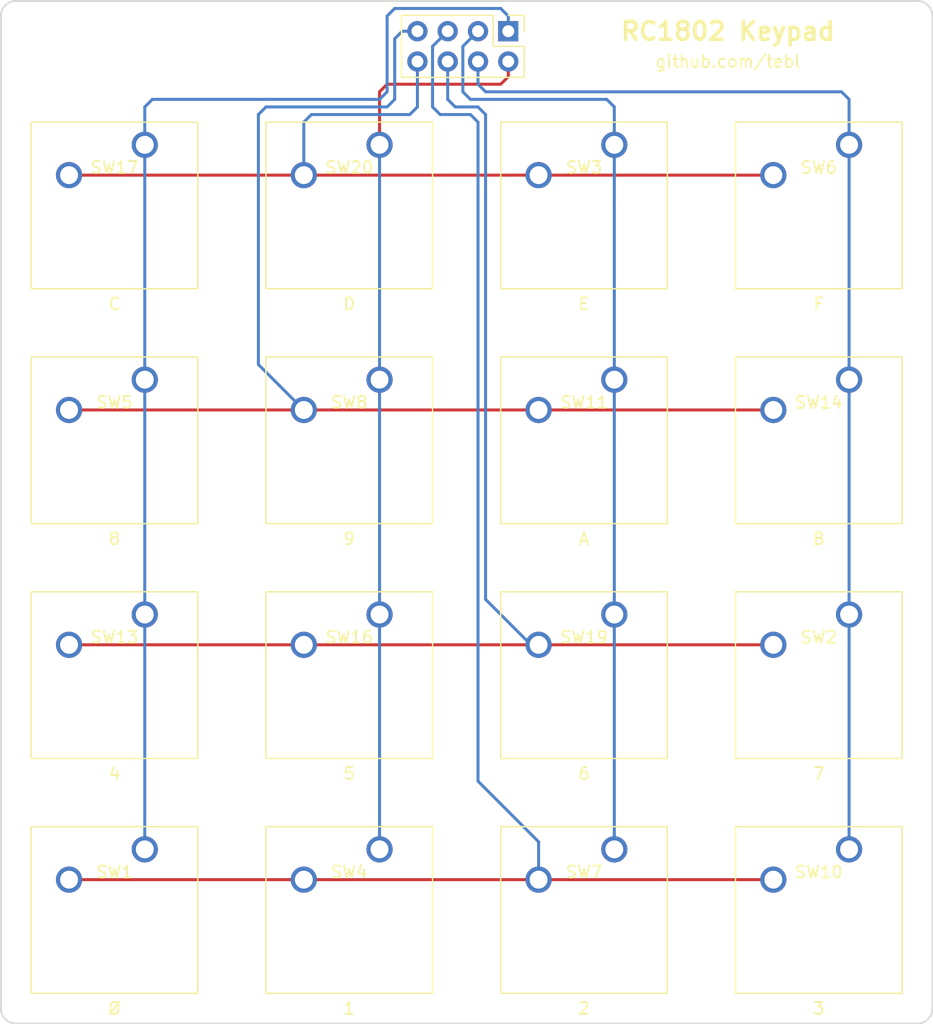
<source format=kicad_pcb>
(kicad_pcb (version 4) (host pcbnew 4.0.7)

  (general
    (links 32)
    (no_connects 0)
    (area 81.839999 55.169999 160.095001 141.045001)
    (thickness 1.6)
    (drawings 14)
    (tracks 80)
    (zones 0)
    (modules 17)
    (nets 9)
  )

  (page A4)
  (layers
    (0 F.Cu signal)
    (31 B.Cu signal)
    (32 B.Adhes user)
    (33 F.Adhes user)
    (34 B.Paste user)
    (35 F.Paste user)
    (36 B.SilkS user)
    (37 F.SilkS user)
    (38 B.Mask user)
    (39 F.Mask user)
    (40 Dwgs.User user)
    (41 Cmts.User user)
    (42 Eco1.User user)
    (43 Eco2.User user)
    (44 Edge.Cuts user)
    (45 Margin user)
    (46 B.CrtYd user)
    (47 F.CrtYd user)
    (48 B.Fab user)
    (49 F.Fab user)
  )

  (setup
    (last_trace_width 0.25)
    (trace_clearance 0.2)
    (zone_clearance 0.508)
    (zone_45_only no)
    (trace_min 0.2)
    (segment_width 0.2)
    (edge_width 0.15)
    (via_size 0.6)
    (via_drill 0.4)
    (via_min_size 0.4)
    (via_min_drill 0.3)
    (uvia_size 0.3)
    (uvia_drill 0.1)
    (uvias_allowed no)
    (uvia_min_size 0.2)
    (uvia_min_drill 0.1)
    (pcb_text_width 0.3)
    (pcb_text_size 1.5 1.5)
    (mod_edge_width 0.15)
    (mod_text_size 1 1)
    (mod_text_width 0.15)
    (pad_size 1.524 1.524)
    (pad_drill 0.762)
    (pad_to_mask_clearance 0.2)
    (aux_axis_origin 0 0)
    (visible_elements 7FFFFFFF)
    (pcbplotparams
      (layerselection 0x00030_80000001)
      (usegerberextensions false)
      (excludeedgelayer true)
      (linewidth 0.100000)
      (plotframeref false)
      (viasonmask false)
      (mode 1)
      (useauxorigin false)
      (hpglpennumber 1)
      (hpglpenspeed 20)
      (hpglpendiameter 15)
      (hpglpenoverlay 2)
      (psnegative false)
      (psa4output false)
      (plotreference true)
      (plotvalue true)
      (plotinvisibletext false)
      (padsonsilk false)
      (subtractmaskfromsilk false)
      (outputformat 1)
      (mirror false)
      (drillshape 1)
      (scaleselection 1)
      (outputdirectory ""))
  )

  (net 0 "")
  (net 1 /X1)
  (net 2 /X2)
  (net 3 /X3)
  (net 4 /X4)
  (net 5 /Y1)
  (net 6 /Y2)
  (net 7 /Y3)
  (net 8 /Y4)

  (net_class Default "This is the default net class."
    (clearance 0.2)
    (trace_width 0.25)
    (via_dia 0.6)
    (via_drill 0.4)
    (uvia_dia 0.3)
    (uvia_drill 0.1)
    (add_net /X1)
    (add_net /X2)
    (add_net /X3)
    (add_net /X4)
    (add_net /Y1)
    (add_net /Y2)
    (add_net /Y3)
    (add_net /Y4)
  )

  (module Button_Switch_Keyboard:SW_Cherry_MX_1.00u_PCB (layer F.Cu) (tedit 5D62AA52) (tstamp 5D6282F6)
    (at 93.98 126.365)
    (descr "Cherry MX keyswitch, 1.00u, PCB mount, http://cherryamericas.com/wp-content/uploads/2014/12/mx_cat.pdf")
    (tags "Cherry MX keyswitch 1.00u PCB")
    (path /5D61DCD5)
    (fp_text reference SW1 (at -2.54 1.905) (layer F.SilkS)
      (effects (font (size 1 1) (thickness 0.15)))
    )
    (fp_text value Ø (at -2.54 13.335) (layer F.SilkS)
      (effects (font (size 1 1) (thickness 0.15)))
    )
    (fp_text user %R (at -2.54 -2.794) (layer F.Fab)
      (effects (font (size 1 1) (thickness 0.15)))
    )
    (fp_line (start -8.89 -1.27) (end 3.81 -1.27) (layer F.Fab) (width 0.1))
    (fp_line (start 3.81 -1.27) (end 3.81 11.43) (layer F.Fab) (width 0.1))
    (fp_line (start 3.81 11.43) (end -8.89 11.43) (layer F.Fab) (width 0.1))
    (fp_line (start -8.89 11.43) (end -8.89 -1.27) (layer F.Fab) (width 0.1))
    (fp_line (start -9.14 11.68) (end -9.14 -1.52) (layer F.CrtYd) (width 0.05))
    (fp_line (start 4.06 11.68) (end -9.14 11.68) (layer F.CrtYd) (width 0.05))
    (fp_line (start 4.06 -1.52) (end 4.06 11.68) (layer F.CrtYd) (width 0.05))
    (fp_line (start -9.14 -1.52) (end 4.06 -1.52) (layer F.CrtYd) (width 0.05))
    (fp_line (start -12.065 -4.445) (end 6.985 -4.445) (layer Dwgs.User) (width 0.15))
    (fp_line (start 6.985 -4.445) (end 6.985 14.605) (layer Dwgs.User) (width 0.15))
    (fp_line (start 6.985 14.605) (end -12.065 14.605) (layer Dwgs.User) (width 0.15))
    (fp_line (start -12.065 14.605) (end -12.065 -4.445) (layer Dwgs.User) (width 0.15))
    (fp_line (start -9.525 -1.905) (end 4.445 -1.905) (layer F.SilkS) (width 0.12))
    (fp_line (start 4.445 -1.905) (end 4.445 12.065) (layer F.SilkS) (width 0.12))
    (fp_line (start 4.445 12.065) (end -9.525 12.065) (layer F.SilkS) (width 0.12))
    (fp_line (start -9.525 12.065) (end -9.525 -1.905) (layer F.SilkS) (width 0.12))
    (pad 1 thru_hole circle (at 0 0) (size 2.2 2.2) (drill 1.5) (layers *.Cu *.Mask)
      (net 1 /X1))
    (pad 2 thru_hole circle (at -6.35 2.54) (size 2.2 2.2) (drill 1.5) (layers *.Cu *.Mask)
      (net 5 /Y1))
    (pad "" np_thru_hole circle (at -2.54 5.08) (size 4 4) (drill 4) (layers *.Cu *.Mask))
    (pad "" np_thru_hole circle (at -7.62 5.08) (size 1.7 1.7) (drill 1.7) (layers *.Cu *.Mask))
    (pad "" np_thru_hole circle (at 2.54 5.08) (size 1.7 1.7) (drill 1.7) (layers *.Cu *.Mask))
    (model ${KISYS3DMOD}/Button_Switch_Keyboard.3dshapes/SW_Cherry_MX_1.00u_PCB.wrl
      (at (xyz 0 0 0))
      (scale (xyz 1 1 1))
      (rotate (xyz 0 0 0))
    )
  )

  (module Button_Switch_Keyboard:SW_Cherry_MX_1.00u_PCB (layer F.Cu) (tedit 5D629ED9) (tstamp 5D628310)
    (at 153.035 106.68)
    (descr "Cherry MX keyswitch, 1.00u, PCB mount, http://cherryamericas.com/wp-content/uploads/2014/12/mx_cat.pdf")
    (tags "Cherry MX keyswitch 1.00u PCB")
    (path /5D61DCD2)
    (fp_text reference SW2 (at -2.54 1.905) (layer F.SilkS)
      (effects (font (size 1 1) (thickness 0.15)))
    )
    (fp_text value 7 (at -2.54 13.335) (layer F.SilkS)
      (effects (font (size 1 1) (thickness 0.15)))
    )
    (fp_text user %R (at -2.54 -2.794) (layer F.Fab)
      (effects (font (size 1 1) (thickness 0.15)))
    )
    (fp_line (start -8.89 -1.27) (end 3.81 -1.27) (layer F.Fab) (width 0.1))
    (fp_line (start 3.81 -1.27) (end 3.81 11.43) (layer F.Fab) (width 0.1))
    (fp_line (start 3.81 11.43) (end -8.89 11.43) (layer F.Fab) (width 0.1))
    (fp_line (start -8.89 11.43) (end -8.89 -1.27) (layer F.Fab) (width 0.1))
    (fp_line (start -9.14 11.68) (end -9.14 -1.52) (layer F.CrtYd) (width 0.05))
    (fp_line (start 4.06 11.68) (end -9.14 11.68) (layer F.CrtYd) (width 0.05))
    (fp_line (start 4.06 -1.52) (end 4.06 11.68) (layer F.CrtYd) (width 0.05))
    (fp_line (start -9.14 -1.52) (end 4.06 -1.52) (layer F.CrtYd) (width 0.05))
    (fp_line (start -12.065 -4.445) (end 6.985 -4.445) (layer Dwgs.User) (width 0.15))
    (fp_line (start 6.985 -4.445) (end 6.985 14.605) (layer Dwgs.User) (width 0.15))
    (fp_line (start 6.985 14.605) (end -12.065 14.605) (layer Dwgs.User) (width 0.15))
    (fp_line (start -12.065 14.605) (end -12.065 -4.445) (layer Dwgs.User) (width 0.15))
    (fp_line (start -9.525 -1.905) (end 4.445 -1.905) (layer F.SilkS) (width 0.12))
    (fp_line (start 4.445 -1.905) (end 4.445 12.065) (layer F.SilkS) (width 0.12))
    (fp_line (start 4.445 12.065) (end -9.525 12.065) (layer F.SilkS) (width 0.12))
    (fp_line (start -9.525 12.065) (end -9.525 -1.905) (layer F.SilkS) (width 0.12))
    (pad 1 thru_hole circle (at 0 0) (size 2.2 2.2) (drill 1.5) (layers *.Cu *.Mask)
      (net 4 /X4))
    (pad 2 thru_hole circle (at -6.35 2.54) (size 2.2 2.2) (drill 1.5) (layers *.Cu *.Mask)
      (net 6 /Y2))
    (pad "" np_thru_hole circle (at -2.54 5.08) (size 4 4) (drill 4) (layers *.Cu *.Mask))
    (pad "" np_thru_hole circle (at -7.62 5.08) (size 1.7 1.7) (drill 1.7) (layers *.Cu *.Mask))
    (pad "" np_thru_hole circle (at 2.54 5.08) (size 1.7 1.7) (drill 1.7) (layers *.Cu *.Mask))
    (model ${KISYS3DMOD}/Button_Switch_Keyboard.3dshapes/SW_Cherry_MX_1.00u_PCB.wrl
      (at (xyz 0 0 0))
      (scale (xyz 1 1 1))
      (rotate (xyz 0 0 0))
    )
  )

  (module Button_Switch_Keyboard:SW_Cherry_MX_1.00u_PCB (layer F.Cu) (tedit 5D629EB6) (tstamp 5D62832A)
    (at 133.35 67.31)
    (descr "Cherry MX keyswitch, 1.00u, PCB mount, http://cherryamericas.com/wp-content/uploads/2014/12/mx_cat.pdf")
    (tags "Cherry MX keyswitch 1.00u PCB")
    (path /5D61DCC9)
    (fp_text reference SW3 (at -2.54 1.905) (layer F.SilkS)
      (effects (font (size 1 1) (thickness 0.15)))
    )
    (fp_text value E (at -2.54 13.335) (layer F.SilkS)
      (effects (font (size 1 1) (thickness 0.15)))
    )
    (fp_text user %R (at -2.54 -2.794) (layer F.Fab)
      (effects (font (size 1 1) (thickness 0.15)))
    )
    (fp_line (start -8.89 -1.27) (end 3.81 -1.27) (layer F.Fab) (width 0.1))
    (fp_line (start 3.81 -1.27) (end 3.81 11.43) (layer F.Fab) (width 0.1))
    (fp_line (start 3.81 11.43) (end -8.89 11.43) (layer F.Fab) (width 0.1))
    (fp_line (start -8.89 11.43) (end -8.89 -1.27) (layer F.Fab) (width 0.1))
    (fp_line (start -9.14 11.68) (end -9.14 -1.52) (layer F.CrtYd) (width 0.05))
    (fp_line (start 4.06 11.68) (end -9.14 11.68) (layer F.CrtYd) (width 0.05))
    (fp_line (start 4.06 -1.52) (end 4.06 11.68) (layer F.CrtYd) (width 0.05))
    (fp_line (start -9.14 -1.52) (end 4.06 -1.52) (layer F.CrtYd) (width 0.05))
    (fp_line (start -12.065 -4.445) (end 6.985 -4.445) (layer Dwgs.User) (width 0.15))
    (fp_line (start 6.985 -4.445) (end 6.985 14.605) (layer Dwgs.User) (width 0.15))
    (fp_line (start 6.985 14.605) (end -12.065 14.605) (layer Dwgs.User) (width 0.15))
    (fp_line (start -12.065 14.605) (end -12.065 -4.445) (layer Dwgs.User) (width 0.15))
    (fp_line (start -9.525 -1.905) (end 4.445 -1.905) (layer F.SilkS) (width 0.12))
    (fp_line (start 4.445 -1.905) (end 4.445 12.065) (layer F.SilkS) (width 0.12))
    (fp_line (start 4.445 12.065) (end -9.525 12.065) (layer F.SilkS) (width 0.12))
    (fp_line (start -9.525 12.065) (end -9.525 -1.905) (layer F.SilkS) (width 0.12))
    (pad 1 thru_hole circle (at 0 0) (size 2.2 2.2) (drill 1.5) (layers *.Cu *.Mask)
      (net 3 /X3))
    (pad 2 thru_hole circle (at -6.35 2.54) (size 2.2 2.2) (drill 1.5) (layers *.Cu *.Mask)
      (net 8 /Y4))
    (pad "" np_thru_hole circle (at -2.54 5.08) (size 4 4) (drill 4) (layers *.Cu *.Mask))
    (pad "" np_thru_hole circle (at -7.62 5.08) (size 1.7 1.7) (drill 1.7) (layers *.Cu *.Mask))
    (pad "" np_thru_hole circle (at 2.54 5.08) (size 1.7 1.7) (drill 1.7) (layers *.Cu *.Mask))
    (model ${KISYS3DMOD}/Button_Switch_Keyboard.3dshapes/SW_Cherry_MX_1.00u_PCB.wrl
      (at (xyz 0 0 0))
      (scale (xyz 1 1 1))
      (rotate (xyz 0 0 0))
    )
  )

  (module Button_Switch_Keyboard:SW_Cherry_MX_1.00u_PCB (layer F.Cu) (tedit 5D62AA58) (tstamp 5D628344)
    (at 113.665 126.365)
    (descr "Cherry MX keyswitch, 1.00u, PCB mount, http://cherryamericas.com/wp-content/uploads/2014/12/mx_cat.pdf")
    (tags "Cherry MX keyswitch 1.00u PCB")
    (path /5D61DCC6)
    (fp_text reference SW4 (at -2.54 1.905) (layer F.SilkS)
      (effects (font (size 1 1) (thickness 0.15)))
    )
    (fp_text value 1 (at -2.54 13.335) (layer F.SilkS)
      (effects (font (size 1 1) (thickness 0.15)))
    )
    (fp_text user %R (at -2.54 -2.794) (layer F.Fab)
      (effects (font (size 1 1) (thickness 0.15)))
    )
    (fp_line (start -8.89 -1.27) (end 3.81 -1.27) (layer F.Fab) (width 0.1))
    (fp_line (start 3.81 -1.27) (end 3.81 11.43) (layer F.Fab) (width 0.1))
    (fp_line (start 3.81 11.43) (end -8.89 11.43) (layer F.Fab) (width 0.1))
    (fp_line (start -8.89 11.43) (end -8.89 -1.27) (layer F.Fab) (width 0.1))
    (fp_line (start -9.14 11.68) (end -9.14 -1.52) (layer F.CrtYd) (width 0.05))
    (fp_line (start 4.06 11.68) (end -9.14 11.68) (layer F.CrtYd) (width 0.05))
    (fp_line (start 4.06 -1.52) (end 4.06 11.68) (layer F.CrtYd) (width 0.05))
    (fp_line (start -9.14 -1.52) (end 4.06 -1.52) (layer F.CrtYd) (width 0.05))
    (fp_line (start -12.065 -4.445) (end 6.985 -4.445) (layer Dwgs.User) (width 0.15))
    (fp_line (start 6.985 -4.445) (end 6.985 14.605) (layer Dwgs.User) (width 0.15))
    (fp_line (start 6.985 14.605) (end -12.065 14.605) (layer Dwgs.User) (width 0.15))
    (fp_line (start -12.065 14.605) (end -12.065 -4.445) (layer Dwgs.User) (width 0.15))
    (fp_line (start -9.525 -1.905) (end 4.445 -1.905) (layer F.SilkS) (width 0.12))
    (fp_line (start 4.445 -1.905) (end 4.445 12.065) (layer F.SilkS) (width 0.12))
    (fp_line (start 4.445 12.065) (end -9.525 12.065) (layer F.SilkS) (width 0.12))
    (fp_line (start -9.525 12.065) (end -9.525 -1.905) (layer F.SilkS) (width 0.12))
    (pad 1 thru_hole circle (at 0 0) (size 2.2 2.2) (drill 1.5) (layers *.Cu *.Mask)
      (net 2 /X2))
    (pad 2 thru_hole circle (at -6.35 2.54) (size 2.2 2.2) (drill 1.5) (layers *.Cu *.Mask)
      (net 5 /Y1))
    (pad "" np_thru_hole circle (at -2.54 5.08) (size 4 4) (drill 4) (layers *.Cu *.Mask))
    (pad "" np_thru_hole circle (at -7.62 5.08) (size 1.7 1.7) (drill 1.7) (layers *.Cu *.Mask))
    (pad "" np_thru_hole circle (at 2.54 5.08) (size 1.7 1.7) (drill 1.7) (layers *.Cu *.Mask))
    (model ${KISYS3DMOD}/Button_Switch_Keyboard.3dshapes/SW_Cherry_MX_1.00u_PCB.wrl
      (at (xyz 0 0 0))
      (scale (xyz 1 1 1))
      (rotate (xyz 0 0 0))
    )
  )

  (module Button_Switch_Keyboard:SW_Cherry_MX_1.00u_PCB (layer F.Cu) (tedit 5D629EC8) (tstamp 5D62835E)
    (at 93.98 86.995)
    (descr "Cherry MX keyswitch, 1.00u, PCB mount, http://cherryamericas.com/wp-content/uploads/2014/12/mx_cat.pdf")
    (tags "Cherry MX keyswitch 1.00u PCB")
    (path /5D61DCD3)
    (fp_text reference SW5 (at -2.54 1.905) (layer F.SilkS)
      (effects (font (size 1 1) (thickness 0.15)))
    )
    (fp_text value 8 (at -2.54 13.335) (layer F.SilkS)
      (effects (font (size 1 1) (thickness 0.15)))
    )
    (fp_text user %R (at -2.54 -2.794) (layer F.Fab)
      (effects (font (size 1 1) (thickness 0.15)))
    )
    (fp_line (start -8.89 -1.27) (end 3.81 -1.27) (layer F.Fab) (width 0.1))
    (fp_line (start 3.81 -1.27) (end 3.81 11.43) (layer F.Fab) (width 0.1))
    (fp_line (start 3.81 11.43) (end -8.89 11.43) (layer F.Fab) (width 0.1))
    (fp_line (start -8.89 11.43) (end -8.89 -1.27) (layer F.Fab) (width 0.1))
    (fp_line (start -9.14 11.68) (end -9.14 -1.52) (layer F.CrtYd) (width 0.05))
    (fp_line (start 4.06 11.68) (end -9.14 11.68) (layer F.CrtYd) (width 0.05))
    (fp_line (start 4.06 -1.52) (end 4.06 11.68) (layer F.CrtYd) (width 0.05))
    (fp_line (start -9.14 -1.52) (end 4.06 -1.52) (layer F.CrtYd) (width 0.05))
    (fp_line (start -12.065 -4.445) (end 6.985 -4.445) (layer Dwgs.User) (width 0.15))
    (fp_line (start 6.985 -4.445) (end 6.985 14.605) (layer Dwgs.User) (width 0.15))
    (fp_line (start 6.985 14.605) (end -12.065 14.605) (layer Dwgs.User) (width 0.15))
    (fp_line (start -12.065 14.605) (end -12.065 -4.445) (layer Dwgs.User) (width 0.15))
    (fp_line (start -9.525 -1.905) (end 4.445 -1.905) (layer F.SilkS) (width 0.12))
    (fp_line (start 4.445 -1.905) (end 4.445 12.065) (layer F.SilkS) (width 0.12))
    (fp_line (start 4.445 12.065) (end -9.525 12.065) (layer F.SilkS) (width 0.12))
    (fp_line (start -9.525 12.065) (end -9.525 -1.905) (layer F.SilkS) (width 0.12))
    (pad 1 thru_hole circle (at 0 0) (size 2.2 2.2) (drill 1.5) (layers *.Cu *.Mask)
      (net 1 /X1))
    (pad 2 thru_hole circle (at -6.35 2.54) (size 2.2 2.2) (drill 1.5) (layers *.Cu *.Mask)
      (net 7 /Y3))
    (pad "" np_thru_hole circle (at -2.54 5.08) (size 4 4) (drill 4) (layers *.Cu *.Mask))
    (pad "" np_thru_hole circle (at -7.62 5.08) (size 1.7 1.7) (drill 1.7) (layers *.Cu *.Mask))
    (pad "" np_thru_hole circle (at 2.54 5.08) (size 1.7 1.7) (drill 1.7) (layers *.Cu *.Mask))
    (model ${KISYS3DMOD}/Button_Switch_Keyboard.3dshapes/SW_Cherry_MX_1.00u_PCB.wrl
      (at (xyz 0 0 0))
      (scale (xyz 1 1 1))
      (rotate (xyz 0 0 0))
    )
  )

  (module Button_Switch_Keyboard:SW_Cherry_MX_1.00u_PCB (layer F.Cu) (tedit 5D629EB9) (tstamp 5D628378)
    (at 153.035 67.31)
    (descr "Cherry MX keyswitch, 1.00u, PCB mount, http://cherryamericas.com/wp-content/uploads/2014/12/mx_cat.pdf")
    (tags "Cherry MX keyswitch 1.00u PCB")
    (path /5D61DCCD)
    (fp_text reference SW6 (at -2.54 1.905) (layer F.SilkS)
      (effects (font (size 1 1) (thickness 0.15)))
    )
    (fp_text value F (at -2.54 13.335) (layer F.SilkS)
      (effects (font (size 1 1) (thickness 0.15)))
    )
    (fp_text user %R (at -2.54 -2.794) (layer F.Fab)
      (effects (font (size 1 1) (thickness 0.15)))
    )
    (fp_line (start -8.89 -1.27) (end 3.81 -1.27) (layer F.Fab) (width 0.1))
    (fp_line (start 3.81 -1.27) (end 3.81 11.43) (layer F.Fab) (width 0.1))
    (fp_line (start 3.81 11.43) (end -8.89 11.43) (layer F.Fab) (width 0.1))
    (fp_line (start -8.89 11.43) (end -8.89 -1.27) (layer F.Fab) (width 0.1))
    (fp_line (start -9.14 11.68) (end -9.14 -1.52) (layer F.CrtYd) (width 0.05))
    (fp_line (start 4.06 11.68) (end -9.14 11.68) (layer F.CrtYd) (width 0.05))
    (fp_line (start 4.06 -1.52) (end 4.06 11.68) (layer F.CrtYd) (width 0.05))
    (fp_line (start -9.14 -1.52) (end 4.06 -1.52) (layer F.CrtYd) (width 0.05))
    (fp_line (start -12.065 -4.445) (end 6.985 -4.445) (layer Dwgs.User) (width 0.15))
    (fp_line (start 6.985 -4.445) (end 6.985 14.605) (layer Dwgs.User) (width 0.15))
    (fp_line (start 6.985 14.605) (end -12.065 14.605) (layer Dwgs.User) (width 0.15))
    (fp_line (start -12.065 14.605) (end -12.065 -4.445) (layer Dwgs.User) (width 0.15))
    (fp_line (start -9.525 -1.905) (end 4.445 -1.905) (layer F.SilkS) (width 0.12))
    (fp_line (start 4.445 -1.905) (end 4.445 12.065) (layer F.SilkS) (width 0.12))
    (fp_line (start 4.445 12.065) (end -9.525 12.065) (layer F.SilkS) (width 0.12))
    (fp_line (start -9.525 12.065) (end -9.525 -1.905) (layer F.SilkS) (width 0.12))
    (pad 1 thru_hole circle (at 0 0) (size 2.2 2.2) (drill 1.5) (layers *.Cu *.Mask)
      (net 4 /X4))
    (pad 2 thru_hole circle (at -6.35 2.54) (size 2.2 2.2) (drill 1.5) (layers *.Cu *.Mask)
      (net 8 /Y4))
    (pad "" np_thru_hole circle (at -2.54 5.08) (size 4 4) (drill 4) (layers *.Cu *.Mask))
    (pad "" np_thru_hole circle (at -7.62 5.08) (size 1.7 1.7) (drill 1.7) (layers *.Cu *.Mask))
    (pad "" np_thru_hole circle (at 2.54 5.08) (size 1.7 1.7) (drill 1.7) (layers *.Cu *.Mask))
    (model ${KISYS3DMOD}/Button_Switch_Keyboard.3dshapes/SW_Cherry_MX_1.00u_PCB.wrl
      (at (xyz 0 0 0))
      (scale (xyz 1 1 1))
      (rotate (xyz 0 0 0))
    )
  )

  (module Button_Switch_Keyboard:SW_Cherry_MX_1.00u_PCB (layer F.Cu) (tedit 5D62AA5E) (tstamp 5D628392)
    (at 133.35 126.365)
    (descr "Cherry MX keyswitch, 1.00u, PCB mount, http://cherryamericas.com/wp-content/uploads/2014/12/mx_cat.pdf")
    (tags "Cherry MX keyswitch 1.00u PCB")
    (path /5D61DCC5)
    (fp_text reference SW7 (at -2.54 1.905) (layer F.SilkS)
      (effects (font (size 1 1) (thickness 0.15)))
    )
    (fp_text value 2 (at -2.54 13.335) (layer F.SilkS)
      (effects (font (size 1 1) (thickness 0.15)))
    )
    (fp_text user %R (at -2.54 -2.794) (layer F.Fab)
      (effects (font (size 1 1) (thickness 0.15)))
    )
    (fp_line (start -8.89 -1.27) (end 3.81 -1.27) (layer F.Fab) (width 0.1))
    (fp_line (start 3.81 -1.27) (end 3.81 11.43) (layer F.Fab) (width 0.1))
    (fp_line (start 3.81 11.43) (end -8.89 11.43) (layer F.Fab) (width 0.1))
    (fp_line (start -8.89 11.43) (end -8.89 -1.27) (layer F.Fab) (width 0.1))
    (fp_line (start -9.14 11.68) (end -9.14 -1.52) (layer F.CrtYd) (width 0.05))
    (fp_line (start 4.06 11.68) (end -9.14 11.68) (layer F.CrtYd) (width 0.05))
    (fp_line (start 4.06 -1.52) (end 4.06 11.68) (layer F.CrtYd) (width 0.05))
    (fp_line (start -9.14 -1.52) (end 4.06 -1.52) (layer F.CrtYd) (width 0.05))
    (fp_line (start -12.065 -4.445) (end 6.985 -4.445) (layer Dwgs.User) (width 0.15))
    (fp_line (start 6.985 -4.445) (end 6.985 14.605) (layer Dwgs.User) (width 0.15))
    (fp_line (start 6.985 14.605) (end -12.065 14.605) (layer Dwgs.User) (width 0.15))
    (fp_line (start -12.065 14.605) (end -12.065 -4.445) (layer Dwgs.User) (width 0.15))
    (fp_line (start -9.525 -1.905) (end 4.445 -1.905) (layer F.SilkS) (width 0.12))
    (fp_line (start 4.445 -1.905) (end 4.445 12.065) (layer F.SilkS) (width 0.12))
    (fp_line (start 4.445 12.065) (end -9.525 12.065) (layer F.SilkS) (width 0.12))
    (fp_line (start -9.525 12.065) (end -9.525 -1.905) (layer F.SilkS) (width 0.12))
    (pad 1 thru_hole circle (at 0 0) (size 2.2 2.2) (drill 1.5) (layers *.Cu *.Mask)
      (net 3 /X3))
    (pad 2 thru_hole circle (at -6.35 2.54) (size 2.2 2.2) (drill 1.5) (layers *.Cu *.Mask)
      (net 5 /Y1))
    (pad "" np_thru_hole circle (at -2.54 5.08) (size 4 4) (drill 4) (layers *.Cu *.Mask))
    (pad "" np_thru_hole circle (at -7.62 5.08) (size 1.7 1.7) (drill 1.7) (layers *.Cu *.Mask))
    (pad "" np_thru_hole circle (at 2.54 5.08) (size 1.7 1.7) (drill 1.7) (layers *.Cu *.Mask))
    (model ${KISYS3DMOD}/Button_Switch_Keyboard.3dshapes/SW_Cherry_MX_1.00u_PCB.wrl
      (at (xyz 0 0 0))
      (scale (xyz 1 1 1))
      (rotate (xyz 0 0 0))
    )
  )

  (module Button_Switch_Keyboard:SW_Cherry_MX_1.00u_PCB (layer F.Cu) (tedit 5D629EC5) (tstamp 5D6283AC)
    (at 113.665 86.995)
    (descr "Cherry MX keyswitch, 1.00u, PCB mount, http://cherryamericas.com/wp-content/uploads/2014/12/mx_cat.pdf")
    (tags "Cherry MX keyswitch 1.00u PCB")
    (path /5D61DCD4)
    (fp_text reference SW8 (at -2.54 1.905) (layer F.SilkS)
      (effects (font (size 1 1) (thickness 0.15)))
    )
    (fp_text value 9 (at -2.54 13.335) (layer F.SilkS)
      (effects (font (size 1 1) (thickness 0.15)))
    )
    (fp_text user %R (at -2.54 -2.794) (layer F.Fab)
      (effects (font (size 1 1) (thickness 0.15)))
    )
    (fp_line (start -8.89 -1.27) (end 3.81 -1.27) (layer F.Fab) (width 0.1))
    (fp_line (start 3.81 -1.27) (end 3.81 11.43) (layer F.Fab) (width 0.1))
    (fp_line (start 3.81 11.43) (end -8.89 11.43) (layer F.Fab) (width 0.1))
    (fp_line (start -8.89 11.43) (end -8.89 -1.27) (layer F.Fab) (width 0.1))
    (fp_line (start -9.14 11.68) (end -9.14 -1.52) (layer F.CrtYd) (width 0.05))
    (fp_line (start 4.06 11.68) (end -9.14 11.68) (layer F.CrtYd) (width 0.05))
    (fp_line (start 4.06 -1.52) (end 4.06 11.68) (layer F.CrtYd) (width 0.05))
    (fp_line (start -9.14 -1.52) (end 4.06 -1.52) (layer F.CrtYd) (width 0.05))
    (fp_line (start -12.065 -4.445) (end 6.985 -4.445) (layer Dwgs.User) (width 0.15))
    (fp_line (start 6.985 -4.445) (end 6.985 14.605) (layer Dwgs.User) (width 0.15))
    (fp_line (start 6.985 14.605) (end -12.065 14.605) (layer Dwgs.User) (width 0.15))
    (fp_line (start -12.065 14.605) (end -12.065 -4.445) (layer Dwgs.User) (width 0.15))
    (fp_line (start -9.525 -1.905) (end 4.445 -1.905) (layer F.SilkS) (width 0.12))
    (fp_line (start 4.445 -1.905) (end 4.445 12.065) (layer F.SilkS) (width 0.12))
    (fp_line (start 4.445 12.065) (end -9.525 12.065) (layer F.SilkS) (width 0.12))
    (fp_line (start -9.525 12.065) (end -9.525 -1.905) (layer F.SilkS) (width 0.12))
    (pad 1 thru_hole circle (at 0 0) (size 2.2 2.2) (drill 1.5) (layers *.Cu *.Mask)
      (net 2 /X2))
    (pad 2 thru_hole circle (at -6.35 2.54) (size 2.2 2.2) (drill 1.5) (layers *.Cu *.Mask)
      (net 7 /Y3))
    (pad "" np_thru_hole circle (at -2.54 5.08) (size 4 4) (drill 4) (layers *.Cu *.Mask))
    (pad "" np_thru_hole circle (at -7.62 5.08) (size 1.7 1.7) (drill 1.7) (layers *.Cu *.Mask))
    (pad "" np_thru_hole circle (at 2.54 5.08) (size 1.7 1.7) (drill 1.7) (layers *.Cu *.Mask))
    (model ${KISYS3DMOD}/Button_Switch_Keyboard.3dshapes/SW_Cherry_MX_1.00u_PCB.wrl
      (at (xyz 0 0 0))
      (scale (xyz 1 1 1))
      (rotate (xyz 0 0 0))
    )
  )

  (module Button_Switch_Keyboard:SW_Cherry_MX_1.00u_PCB (layer F.Cu) (tedit 5D62AA65) (tstamp 5D6283E0)
    (at 153.035 126.365)
    (descr "Cherry MX keyswitch, 1.00u, PCB mount, http://cherryamericas.com/wp-content/uploads/2014/12/mx_cat.pdf")
    (tags "Cherry MX keyswitch 1.00u PCB")
    (path /5D61DCC4)
    (fp_text reference SW10 (at -2.54 1.905) (layer F.SilkS)
      (effects (font (size 1 1) (thickness 0.15)))
    )
    (fp_text value 3 (at -2.54 13.335) (layer F.SilkS)
      (effects (font (size 1 1) (thickness 0.15)))
    )
    (fp_text user %R (at -2.54 -2.794) (layer F.Fab)
      (effects (font (size 1 1) (thickness 0.15)))
    )
    (fp_line (start -8.89 -1.27) (end 3.81 -1.27) (layer F.Fab) (width 0.1))
    (fp_line (start 3.81 -1.27) (end 3.81 11.43) (layer F.Fab) (width 0.1))
    (fp_line (start 3.81 11.43) (end -8.89 11.43) (layer F.Fab) (width 0.1))
    (fp_line (start -8.89 11.43) (end -8.89 -1.27) (layer F.Fab) (width 0.1))
    (fp_line (start -9.14 11.68) (end -9.14 -1.52) (layer F.CrtYd) (width 0.05))
    (fp_line (start 4.06 11.68) (end -9.14 11.68) (layer F.CrtYd) (width 0.05))
    (fp_line (start 4.06 -1.52) (end 4.06 11.68) (layer F.CrtYd) (width 0.05))
    (fp_line (start -9.14 -1.52) (end 4.06 -1.52) (layer F.CrtYd) (width 0.05))
    (fp_line (start -12.065 -4.445) (end 6.985 -4.445) (layer Dwgs.User) (width 0.15))
    (fp_line (start 6.985 -4.445) (end 6.985 14.605) (layer Dwgs.User) (width 0.15))
    (fp_line (start 6.985 14.605) (end -12.065 14.605) (layer Dwgs.User) (width 0.15))
    (fp_line (start -12.065 14.605) (end -12.065 -4.445) (layer Dwgs.User) (width 0.15))
    (fp_line (start -9.525 -1.905) (end 4.445 -1.905) (layer F.SilkS) (width 0.12))
    (fp_line (start 4.445 -1.905) (end 4.445 12.065) (layer F.SilkS) (width 0.12))
    (fp_line (start 4.445 12.065) (end -9.525 12.065) (layer F.SilkS) (width 0.12))
    (fp_line (start -9.525 12.065) (end -9.525 -1.905) (layer F.SilkS) (width 0.12))
    (pad 1 thru_hole circle (at 0 0) (size 2.2 2.2) (drill 1.5) (layers *.Cu *.Mask)
      (net 4 /X4))
    (pad 2 thru_hole circle (at -6.35 2.54) (size 2.2 2.2) (drill 1.5) (layers *.Cu *.Mask)
      (net 5 /Y1))
    (pad "" np_thru_hole circle (at -2.54 5.08) (size 4 4) (drill 4) (layers *.Cu *.Mask))
    (pad "" np_thru_hole circle (at -7.62 5.08) (size 1.7 1.7) (drill 1.7) (layers *.Cu *.Mask))
    (pad "" np_thru_hole circle (at 2.54 5.08) (size 1.7 1.7) (drill 1.7) (layers *.Cu *.Mask))
    (model ${KISYS3DMOD}/Button_Switch_Keyboard.3dshapes/SW_Cherry_MX_1.00u_PCB.wrl
      (at (xyz 0 0 0))
      (scale (xyz 1 1 1))
      (rotate (xyz 0 0 0))
    )
  )

  (module Button_Switch_Keyboard:SW_Cherry_MX_1.00u_PCB (layer F.Cu) (tedit 5D629EBE) (tstamp 5D6283FA)
    (at 133.35 86.995)
    (descr "Cherry MX keyswitch, 1.00u, PCB mount, http://cherryamericas.com/wp-content/uploads/2014/12/mx_cat.pdf")
    (tags "Cherry MX keyswitch 1.00u PCB")
    (path /5D61DCD0)
    (fp_text reference SW11 (at -2.54 1.905) (layer F.SilkS)
      (effects (font (size 1 1) (thickness 0.15)))
    )
    (fp_text value A (at -2.54 13.335) (layer F.SilkS)
      (effects (font (size 1 1) (thickness 0.15)))
    )
    (fp_text user %R (at -2.54 -2.794) (layer F.Fab)
      (effects (font (size 1 1) (thickness 0.15)))
    )
    (fp_line (start -8.89 -1.27) (end 3.81 -1.27) (layer F.Fab) (width 0.1))
    (fp_line (start 3.81 -1.27) (end 3.81 11.43) (layer F.Fab) (width 0.1))
    (fp_line (start 3.81 11.43) (end -8.89 11.43) (layer F.Fab) (width 0.1))
    (fp_line (start -8.89 11.43) (end -8.89 -1.27) (layer F.Fab) (width 0.1))
    (fp_line (start -9.14 11.68) (end -9.14 -1.52) (layer F.CrtYd) (width 0.05))
    (fp_line (start 4.06 11.68) (end -9.14 11.68) (layer F.CrtYd) (width 0.05))
    (fp_line (start 4.06 -1.52) (end 4.06 11.68) (layer F.CrtYd) (width 0.05))
    (fp_line (start -9.14 -1.52) (end 4.06 -1.52) (layer F.CrtYd) (width 0.05))
    (fp_line (start -12.065 -4.445) (end 6.985 -4.445) (layer Dwgs.User) (width 0.15))
    (fp_line (start 6.985 -4.445) (end 6.985 14.605) (layer Dwgs.User) (width 0.15))
    (fp_line (start 6.985 14.605) (end -12.065 14.605) (layer Dwgs.User) (width 0.15))
    (fp_line (start -12.065 14.605) (end -12.065 -4.445) (layer Dwgs.User) (width 0.15))
    (fp_line (start -9.525 -1.905) (end 4.445 -1.905) (layer F.SilkS) (width 0.12))
    (fp_line (start 4.445 -1.905) (end 4.445 12.065) (layer F.SilkS) (width 0.12))
    (fp_line (start 4.445 12.065) (end -9.525 12.065) (layer F.SilkS) (width 0.12))
    (fp_line (start -9.525 12.065) (end -9.525 -1.905) (layer F.SilkS) (width 0.12))
    (pad 1 thru_hole circle (at 0 0) (size 2.2 2.2) (drill 1.5) (layers *.Cu *.Mask)
      (net 3 /X3))
    (pad 2 thru_hole circle (at -6.35 2.54) (size 2.2 2.2) (drill 1.5) (layers *.Cu *.Mask)
      (net 7 /Y3))
    (pad "" np_thru_hole circle (at -2.54 5.08) (size 4 4) (drill 4) (layers *.Cu *.Mask))
    (pad "" np_thru_hole circle (at -7.62 5.08) (size 1.7 1.7) (drill 1.7) (layers *.Cu *.Mask))
    (pad "" np_thru_hole circle (at 2.54 5.08) (size 1.7 1.7) (drill 1.7) (layers *.Cu *.Mask))
    (model ${KISYS3DMOD}/Button_Switch_Keyboard.3dshapes/SW_Cherry_MX_1.00u_PCB.wrl
      (at (xyz 0 0 0))
      (scale (xyz 1 1 1))
      (rotate (xyz 0 0 0))
    )
  )

  (module Button_Switch_Keyboard:SW_Cherry_MX_1.00u_PCB (layer F.Cu) (tedit 5D629ECE) (tstamp 5D62842E)
    (at 93.98 106.68)
    (descr "Cherry MX keyswitch, 1.00u, PCB mount, http://cherryamericas.com/wp-content/uploads/2014/12/mx_cat.pdf")
    (tags "Cherry MX keyswitch 1.00u PCB")
    (path /5D61DCC3)
    (fp_text reference SW13 (at -2.54 1.905) (layer F.SilkS)
      (effects (font (size 1 1) (thickness 0.15)))
    )
    (fp_text value 4 (at -2.54 13.335) (layer F.SilkS)
      (effects (font (size 1 1) (thickness 0.15)))
    )
    (fp_text user %R (at -2.54 -2.794) (layer F.Fab)
      (effects (font (size 1 1) (thickness 0.15)))
    )
    (fp_line (start -8.89 -1.27) (end 3.81 -1.27) (layer F.Fab) (width 0.1))
    (fp_line (start 3.81 -1.27) (end 3.81 11.43) (layer F.Fab) (width 0.1))
    (fp_line (start 3.81 11.43) (end -8.89 11.43) (layer F.Fab) (width 0.1))
    (fp_line (start -8.89 11.43) (end -8.89 -1.27) (layer F.Fab) (width 0.1))
    (fp_line (start -9.14 11.68) (end -9.14 -1.52) (layer F.CrtYd) (width 0.05))
    (fp_line (start 4.06 11.68) (end -9.14 11.68) (layer F.CrtYd) (width 0.05))
    (fp_line (start 4.06 -1.52) (end 4.06 11.68) (layer F.CrtYd) (width 0.05))
    (fp_line (start -9.14 -1.52) (end 4.06 -1.52) (layer F.CrtYd) (width 0.05))
    (fp_line (start -12.065 -4.445) (end 6.985 -4.445) (layer Dwgs.User) (width 0.15))
    (fp_line (start 6.985 -4.445) (end 6.985 14.605) (layer Dwgs.User) (width 0.15))
    (fp_line (start 6.985 14.605) (end -12.065 14.605) (layer Dwgs.User) (width 0.15))
    (fp_line (start -12.065 14.605) (end -12.065 -4.445) (layer Dwgs.User) (width 0.15))
    (fp_line (start -9.525 -1.905) (end 4.445 -1.905) (layer F.SilkS) (width 0.12))
    (fp_line (start 4.445 -1.905) (end 4.445 12.065) (layer F.SilkS) (width 0.12))
    (fp_line (start 4.445 12.065) (end -9.525 12.065) (layer F.SilkS) (width 0.12))
    (fp_line (start -9.525 12.065) (end -9.525 -1.905) (layer F.SilkS) (width 0.12))
    (pad 1 thru_hole circle (at 0 0) (size 2.2 2.2) (drill 1.5) (layers *.Cu *.Mask)
      (net 1 /X1))
    (pad 2 thru_hole circle (at -6.35 2.54) (size 2.2 2.2) (drill 1.5) (layers *.Cu *.Mask)
      (net 6 /Y2))
    (pad "" np_thru_hole circle (at -2.54 5.08) (size 4 4) (drill 4) (layers *.Cu *.Mask))
    (pad "" np_thru_hole circle (at -7.62 5.08) (size 1.7 1.7) (drill 1.7) (layers *.Cu *.Mask))
    (pad "" np_thru_hole circle (at 2.54 5.08) (size 1.7 1.7) (drill 1.7) (layers *.Cu *.Mask))
    (model ${KISYS3DMOD}/Button_Switch_Keyboard.3dshapes/SW_Cherry_MX_1.00u_PCB.wrl
      (at (xyz 0 0 0))
      (scale (xyz 1 1 1))
      (rotate (xyz 0 0 0))
    )
  )

  (module Button_Switch_Keyboard:SW_Cherry_MX_1.00u_PCB (layer F.Cu) (tedit 5D629EC1) (tstamp 5D628448)
    (at 153.035 86.995)
    (descr "Cherry MX keyswitch, 1.00u, PCB mount, http://cherryamericas.com/wp-content/uploads/2014/12/mx_cat.pdf")
    (tags "Cherry MX keyswitch 1.00u PCB")
    (path /5D61DCD8)
    (fp_text reference SW14 (at -2.54 1.905) (layer F.SilkS)
      (effects (font (size 1 1) (thickness 0.15)))
    )
    (fp_text value B (at -2.54 13.335) (layer F.SilkS)
      (effects (font (size 1 1) (thickness 0.15)))
    )
    (fp_text user %R (at -2.54 -2.794) (layer F.Fab)
      (effects (font (size 1 1) (thickness 0.15)))
    )
    (fp_line (start -8.89 -1.27) (end 3.81 -1.27) (layer F.Fab) (width 0.1))
    (fp_line (start 3.81 -1.27) (end 3.81 11.43) (layer F.Fab) (width 0.1))
    (fp_line (start 3.81 11.43) (end -8.89 11.43) (layer F.Fab) (width 0.1))
    (fp_line (start -8.89 11.43) (end -8.89 -1.27) (layer F.Fab) (width 0.1))
    (fp_line (start -9.14 11.68) (end -9.14 -1.52) (layer F.CrtYd) (width 0.05))
    (fp_line (start 4.06 11.68) (end -9.14 11.68) (layer F.CrtYd) (width 0.05))
    (fp_line (start 4.06 -1.52) (end 4.06 11.68) (layer F.CrtYd) (width 0.05))
    (fp_line (start -9.14 -1.52) (end 4.06 -1.52) (layer F.CrtYd) (width 0.05))
    (fp_line (start -12.065 -4.445) (end 6.985 -4.445) (layer Dwgs.User) (width 0.15))
    (fp_line (start 6.985 -4.445) (end 6.985 14.605) (layer Dwgs.User) (width 0.15))
    (fp_line (start 6.985 14.605) (end -12.065 14.605) (layer Dwgs.User) (width 0.15))
    (fp_line (start -12.065 14.605) (end -12.065 -4.445) (layer Dwgs.User) (width 0.15))
    (fp_line (start -9.525 -1.905) (end 4.445 -1.905) (layer F.SilkS) (width 0.12))
    (fp_line (start 4.445 -1.905) (end 4.445 12.065) (layer F.SilkS) (width 0.12))
    (fp_line (start 4.445 12.065) (end -9.525 12.065) (layer F.SilkS) (width 0.12))
    (fp_line (start -9.525 12.065) (end -9.525 -1.905) (layer F.SilkS) (width 0.12))
    (pad 1 thru_hole circle (at 0 0) (size 2.2 2.2) (drill 1.5) (layers *.Cu *.Mask)
      (net 4 /X4))
    (pad 2 thru_hole circle (at -6.35 2.54) (size 2.2 2.2) (drill 1.5) (layers *.Cu *.Mask)
      (net 7 /Y3))
    (pad "" np_thru_hole circle (at -2.54 5.08) (size 4 4) (drill 4) (layers *.Cu *.Mask))
    (pad "" np_thru_hole circle (at -7.62 5.08) (size 1.7 1.7) (drill 1.7) (layers *.Cu *.Mask))
    (pad "" np_thru_hole circle (at 2.54 5.08) (size 1.7 1.7) (drill 1.7) (layers *.Cu *.Mask))
    (model ${KISYS3DMOD}/Button_Switch_Keyboard.3dshapes/SW_Cherry_MX_1.00u_PCB.wrl
      (at (xyz 0 0 0))
      (scale (xyz 1 1 1))
      (rotate (xyz 0 0 0))
    )
  )

  (module Button_Switch_Keyboard:SW_Cherry_MX_1.00u_PCB (layer F.Cu) (tedit 5D629ED1) (tstamp 5D62847C)
    (at 113.665 106.68)
    (descr "Cherry MX keyswitch, 1.00u, PCB mount, http://cherryamericas.com/wp-content/uploads/2014/12/mx_cat.pdf")
    (tags "Cherry MX keyswitch 1.00u PCB")
    (path /5D61DCC2)
    (fp_text reference SW16 (at -2.54 1.905) (layer F.SilkS)
      (effects (font (size 1 1) (thickness 0.15)))
    )
    (fp_text value 5 (at -2.54 13.335) (layer F.SilkS)
      (effects (font (size 1 1) (thickness 0.15)))
    )
    (fp_text user %R (at -2.54 -2.794) (layer F.Fab)
      (effects (font (size 1 1) (thickness 0.15)))
    )
    (fp_line (start -8.89 -1.27) (end 3.81 -1.27) (layer F.Fab) (width 0.1))
    (fp_line (start 3.81 -1.27) (end 3.81 11.43) (layer F.Fab) (width 0.1))
    (fp_line (start 3.81 11.43) (end -8.89 11.43) (layer F.Fab) (width 0.1))
    (fp_line (start -8.89 11.43) (end -8.89 -1.27) (layer F.Fab) (width 0.1))
    (fp_line (start -9.14 11.68) (end -9.14 -1.52) (layer F.CrtYd) (width 0.05))
    (fp_line (start 4.06 11.68) (end -9.14 11.68) (layer F.CrtYd) (width 0.05))
    (fp_line (start 4.06 -1.52) (end 4.06 11.68) (layer F.CrtYd) (width 0.05))
    (fp_line (start -9.14 -1.52) (end 4.06 -1.52) (layer F.CrtYd) (width 0.05))
    (fp_line (start -12.065 -4.445) (end 6.985 -4.445) (layer Dwgs.User) (width 0.15))
    (fp_line (start 6.985 -4.445) (end 6.985 14.605) (layer Dwgs.User) (width 0.15))
    (fp_line (start 6.985 14.605) (end -12.065 14.605) (layer Dwgs.User) (width 0.15))
    (fp_line (start -12.065 14.605) (end -12.065 -4.445) (layer Dwgs.User) (width 0.15))
    (fp_line (start -9.525 -1.905) (end 4.445 -1.905) (layer F.SilkS) (width 0.12))
    (fp_line (start 4.445 -1.905) (end 4.445 12.065) (layer F.SilkS) (width 0.12))
    (fp_line (start 4.445 12.065) (end -9.525 12.065) (layer F.SilkS) (width 0.12))
    (fp_line (start -9.525 12.065) (end -9.525 -1.905) (layer F.SilkS) (width 0.12))
    (pad 1 thru_hole circle (at 0 0) (size 2.2 2.2) (drill 1.5) (layers *.Cu *.Mask)
      (net 2 /X2))
    (pad 2 thru_hole circle (at -6.35 2.54) (size 2.2 2.2) (drill 1.5) (layers *.Cu *.Mask)
      (net 6 /Y2))
    (pad "" np_thru_hole circle (at -2.54 5.08) (size 4 4) (drill 4) (layers *.Cu *.Mask))
    (pad "" np_thru_hole circle (at -7.62 5.08) (size 1.7 1.7) (drill 1.7) (layers *.Cu *.Mask))
    (pad "" np_thru_hole circle (at 2.54 5.08) (size 1.7 1.7) (drill 1.7) (layers *.Cu *.Mask))
    (model ${KISYS3DMOD}/Button_Switch_Keyboard.3dshapes/SW_Cherry_MX_1.00u_PCB.wrl
      (at (xyz 0 0 0))
      (scale (xyz 1 1 1))
      (rotate (xyz 0 0 0))
    )
  )

  (module Button_Switch_Keyboard:SW_Cherry_MX_1.00u_PCB (layer F.Cu) (tedit 5D629EAE) (tstamp 5D628496)
    (at 93.98 67.31)
    (descr "Cherry MX keyswitch, 1.00u, PCB mount, http://cherryamericas.com/wp-content/uploads/2014/12/mx_cat.pdf")
    (tags "Cherry MX keyswitch 1.00u PCB")
    (path /5D61DCDC)
    (fp_text reference SW17 (at -2.54 1.905) (layer F.SilkS)
      (effects (font (size 1 1) (thickness 0.15)))
    )
    (fp_text value C (at -2.54 13.335) (layer F.SilkS)
      (effects (font (size 1 1) (thickness 0.15)))
    )
    (fp_text user %R (at -2.54 -2.794) (layer F.Fab)
      (effects (font (size 1 1) (thickness 0.15)))
    )
    (fp_line (start -8.89 -1.27) (end 3.81 -1.27) (layer F.Fab) (width 0.1))
    (fp_line (start 3.81 -1.27) (end 3.81 11.43) (layer F.Fab) (width 0.1))
    (fp_line (start 3.81 11.43) (end -8.89 11.43) (layer F.Fab) (width 0.1))
    (fp_line (start -8.89 11.43) (end -8.89 -1.27) (layer F.Fab) (width 0.1))
    (fp_line (start -9.14 11.68) (end -9.14 -1.52) (layer F.CrtYd) (width 0.05))
    (fp_line (start 4.06 11.68) (end -9.14 11.68) (layer F.CrtYd) (width 0.05))
    (fp_line (start 4.06 -1.52) (end 4.06 11.68) (layer F.CrtYd) (width 0.05))
    (fp_line (start -9.14 -1.52) (end 4.06 -1.52) (layer F.CrtYd) (width 0.05))
    (fp_line (start -12.065 -4.445) (end 6.985 -4.445) (layer Dwgs.User) (width 0.15))
    (fp_line (start 6.985 -4.445) (end 6.985 14.605) (layer Dwgs.User) (width 0.15))
    (fp_line (start 6.985 14.605) (end -12.065 14.605) (layer Dwgs.User) (width 0.15))
    (fp_line (start -12.065 14.605) (end -12.065 -4.445) (layer Dwgs.User) (width 0.15))
    (fp_line (start -9.525 -1.905) (end 4.445 -1.905) (layer F.SilkS) (width 0.12))
    (fp_line (start 4.445 -1.905) (end 4.445 12.065) (layer F.SilkS) (width 0.12))
    (fp_line (start 4.445 12.065) (end -9.525 12.065) (layer F.SilkS) (width 0.12))
    (fp_line (start -9.525 12.065) (end -9.525 -1.905) (layer F.SilkS) (width 0.12))
    (pad 1 thru_hole circle (at 0 0) (size 2.2 2.2) (drill 1.5) (layers *.Cu *.Mask)
      (net 1 /X1))
    (pad 2 thru_hole circle (at -6.35 2.54) (size 2.2 2.2) (drill 1.5) (layers *.Cu *.Mask)
      (net 8 /Y4))
    (pad "" np_thru_hole circle (at -2.54 5.08) (size 4 4) (drill 4) (layers *.Cu *.Mask))
    (pad "" np_thru_hole circle (at -7.62 5.08) (size 1.7 1.7) (drill 1.7) (layers *.Cu *.Mask))
    (pad "" np_thru_hole circle (at 2.54 5.08) (size 1.7 1.7) (drill 1.7) (layers *.Cu *.Mask))
    (model ${KISYS3DMOD}/Button_Switch_Keyboard.3dshapes/SW_Cherry_MX_1.00u_PCB.wrl
      (at (xyz 0 0 0))
      (scale (xyz 1 1 1))
      (rotate (xyz 0 0 0))
    )
  )

  (module Button_Switch_Keyboard:SW_Cherry_MX_1.00u_PCB (layer F.Cu) (tedit 5D629ED4) (tstamp 5D6284CA)
    (at 133.35 106.68)
    (descr "Cherry MX keyswitch, 1.00u, PCB mount, http://cherryamericas.com/wp-content/uploads/2014/12/mx_cat.pdf")
    (tags "Cherry MX keyswitch 1.00u PCB")
    (path /5D61DCD1)
    (fp_text reference SW19 (at -2.54 1.905) (layer F.SilkS)
      (effects (font (size 1 1) (thickness 0.15)))
    )
    (fp_text value 6 (at -2.54 13.335) (layer F.SilkS)
      (effects (font (size 1 1) (thickness 0.15)))
    )
    (fp_text user %R (at -2.54 -2.794) (layer F.Fab)
      (effects (font (size 1 1) (thickness 0.15)))
    )
    (fp_line (start -8.89 -1.27) (end 3.81 -1.27) (layer F.Fab) (width 0.1))
    (fp_line (start 3.81 -1.27) (end 3.81 11.43) (layer F.Fab) (width 0.1))
    (fp_line (start 3.81 11.43) (end -8.89 11.43) (layer F.Fab) (width 0.1))
    (fp_line (start -8.89 11.43) (end -8.89 -1.27) (layer F.Fab) (width 0.1))
    (fp_line (start -9.14 11.68) (end -9.14 -1.52) (layer F.CrtYd) (width 0.05))
    (fp_line (start 4.06 11.68) (end -9.14 11.68) (layer F.CrtYd) (width 0.05))
    (fp_line (start 4.06 -1.52) (end 4.06 11.68) (layer F.CrtYd) (width 0.05))
    (fp_line (start -9.14 -1.52) (end 4.06 -1.52) (layer F.CrtYd) (width 0.05))
    (fp_line (start -12.065 -4.445) (end 6.985 -4.445) (layer Dwgs.User) (width 0.15))
    (fp_line (start 6.985 -4.445) (end 6.985 14.605) (layer Dwgs.User) (width 0.15))
    (fp_line (start 6.985 14.605) (end -12.065 14.605) (layer Dwgs.User) (width 0.15))
    (fp_line (start -12.065 14.605) (end -12.065 -4.445) (layer Dwgs.User) (width 0.15))
    (fp_line (start -9.525 -1.905) (end 4.445 -1.905) (layer F.SilkS) (width 0.12))
    (fp_line (start 4.445 -1.905) (end 4.445 12.065) (layer F.SilkS) (width 0.12))
    (fp_line (start 4.445 12.065) (end -9.525 12.065) (layer F.SilkS) (width 0.12))
    (fp_line (start -9.525 12.065) (end -9.525 -1.905) (layer F.SilkS) (width 0.12))
    (pad 1 thru_hole circle (at 0 0) (size 2.2 2.2) (drill 1.5) (layers *.Cu *.Mask)
      (net 3 /X3))
    (pad 2 thru_hole circle (at -6.35 2.54) (size 2.2 2.2) (drill 1.5) (layers *.Cu *.Mask)
      (net 6 /Y2))
    (pad "" np_thru_hole circle (at -2.54 5.08) (size 4 4) (drill 4) (layers *.Cu *.Mask))
    (pad "" np_thru_hole circle (at -7.62 5.08) (size 1.7 1.7) (drill 1.7) (layers *.Cu *.Mask))
    (pad "" np_thru_hole circle (at 2.54 5.08) (size 1.7 1.7) (drill 1.7) (layers *.Cu *.Mask))
    (model ${KISYS3DMOD}/Button_Switch_Keyboard.3dshapes/SW_Cherry_MX_1.00u_PCB.wrl
      (at (xyz 0 0 0))
      (scale (xyz 1 1 1))
      (rotate (xyz 0 0 0))
    )
  )

  (module Button_Switch_Keyboard:SW_Cherry_MX_1.00u_PCB (layer F.Cu) (tedit 5D629EB2) (tstamp 5D6284E4)
    (at 113.665 67.31)
    (descr "Cherry MX keyswitch, 1.00u, PCB mount, http://cherryamericas.com/wp-content/uploads/2014/12/mx_cat.pdf")
    (tags "Cherry MX keyswitch 1.00u PCB")
    (path /5D61DCCE)
    (fp_text reference SW20 (at -2.54 1.905) (layer F.SilkS)
      (effects (font (size 1 1) (thickness 0.15)))
    )
    (fp_text value D (at -2.54 13.335) (layer F.SilkS)
      (effects (font (size 1 1) (thickness 0.15)))
    )
    (fp_text user %R (at -2.54 -2.794) (layer F.Fab)
      (effects (font (size 1 1) (thickness 0.15)))
    )
    (fp_line (start -8.89 -1.27) (end 3.81 -1.27) (layer F.Fab) (width 0.1))
    (fp_line (start 3.81 -1.27) (end 3.81 11.43) (layer F.Fab) (width 0.1))
    (fp_line (start 3.81 11.43) (end -8.89 11.43) (layer F.Fab) (width 0.1))
    (fp_line (start -8.89 11.43) (end -8.89 -1.27) (layer F.Fab) (width 0.1))
    (fp_line (start -9.14 11.68) (end -9.14 -1.52) (layer F.CrtYd) (width 0.05))
    (fp_line (start 4.06 11.68) (end -9.14 11.68) (layer F.CrtYd) (width 0.05))
    (fp_line (start 4.06 -1.52) (end 4.06 11.68) (layer F.CrtYd) (width 0.05))
    (fp_line (start -9.14 -1.52) (end 4.06 -1.52) (layer F.CrtYd) (width 0.05))
    (fp_line (start -12.065 -4.445) (end 6.985 -4.445) (layer Dwgs.User) (width 0.15))
    (fp_line (start 6.985 -4.445) (end 6.985 14.605) (layer Dwgs.User) (width 0.15))
    (fp_line (start 6.985 14.605) (end -12.065 14.605) (layer Dwgs.User) (width 0.15))
    (fp_line (start -12.065 14.605) (end -12.065 -4.445) (layer Dwgs.User) (width 0.15))
    (fp_line (start -9.525 -1.905) (end 4.445 -1.905) (layer F.SilkS) (width 0.12))
    (fp_line (start 4.445 -1.905) (end 4.445 12.065) (layer F.SilkS) (width 0.12))
    (fp_line (start 4.445 12.065) (end -9.525 12.065) (layer F.SilkS) (width 0.12))
    (fp_line (start -9.525 12.065) (end -9.525 -1.905) (layer F.SilkS) (width 0.12))
    (pad 1 thru_hole circle (at 0 0) (size 2.2 2.2) (drill 1.5) (layers *.Cu *.Mask)
      (net 2 /X2))
    (pad 2 thru_hole circle (at -6.35 2.54) (size 2.2 2.2) (drill 1.5) (layers *.Cu *.Mask)
      (net 8 /Y4))
    (pad "" np_thru_hole circle (at -2.54 5.08) (size 4 4) (drill 4) (layers *.Cu *.Mask))
    (pad "" np_thru_hole circle (at -7.62 5.08) (size 1.7 1.7) (drill 1.7) (layers *.Cu *.Mask))
    (pad "" np_thru_hole circle (at 2.54 5.08) (size 1.7 1.7) (drill 1.7) (layers *.Cu *.Mask))
    (model ${KISYS3DMOD}/Button_Switch_Keyboard.3dshapes/SW_Cherry_MX_1.00u_PCB.wrl
      (at (xyz 0 0 0))
      (scale (xyz 1 1 1))
      (rotate (xyz 0 0 0))
    )
  )

  (module Pin_Headers:Pin_Header_Straight_2x04_Pitch2.54mm (layer F.Cu) (tedit 5D62ABD3) (tstamp 5D62A665)
    (at 124.46 57.785 270)
    (descr "Through hole straight pin header, 2x04, 2.54mm pitch, double rows")
    (tags "Through hole pin header THT 2x04 2.54mm double row")
    (path /5D62E144)
    (fp_text reference J1 (at 1.27 -2.33 270) (layer F.SilkS) hide
      (effects (font (size 1 1) (thickness 0.15)))
    )
    (fp_text value KB (at 1.27 9.95 270) (layer F.Fab)
      (effects (font (size 1 1) (thickness 0.15)))
    )
    (fp_line (start 0 -1.27) (end 3.81 -1.27) (layer F.Fab) (width 0.1))
    (fp_line (start 3.81 -1.27) (end 3.81 8.89) (layer F.Fab) (width 0.1))
    (fp_line (start 3.81 8.89) (end -1.27 8.89) (layer F.Fab) (width 0.1))
    (fp_line (start -1.27 8.89) (end -1.27 0) (layer F.Fab) (width 0.1))
    (fp_line (start -1.27 0) (end 0 -1.27) (layer F.Fab) (width 0.1))
    (fp_line (start -1.33 8.95) (end 3.87 8.95) (layer F.SilkS) (width 0.12))
    (fp_line (start -1.33 1.27) (end -1.33 8.95) (layer F.SilkS) (width 0.12))
    (fp_line (start 3.87 -1.33) (end 3.87 8.95) (layer F.SilkS) (width 0.12))
    (fp_line (start -1.33 1.27) (end 1.27 1.27) (layer F.SilkS) (width 0.12))
    (fp_line (start 1.27 1.27) (end 1.27 -1.33) (layer F.SilkS) (width 0.12))
    (fp_line (start 1.27 -1.33) (end 3.87 -1.33) (layer F.SilkS) (width 0.12))
    (fp_line (start -1.33 0) (end -1.33 -1.33) (layer F.SilkS) (width 0.12))
    (fp_line (start -1.33 -1.33) (end 0 -1.33) (layer F.SilkS) (width 0.12))
    (fp_line (start -1.8 -1.8) (end -1.8 9.4) (layer F.CrtYd) (width 0.05))
    (fp_line (start -1.8 9.4) (end 4.35 9.4) (layer F.CrtYd) (width 0.05))
    (fp_line (start 4.35 9.4) (end 4.35 -1.8) (layer F.CrtYd) (width 0.05))
    (fp_line (start 4.35 -1.8) (end -1.8 -1.8) (layer F.CrtYd) (width 0.05))
    (fp_text user %R (at 1.27 3.81 360) (layer F.Fab)
      (effects (font (size 1 1) (thickness 0.15)))
    )
    (pad 1 thru_hole rect (at 0 0 270) (size 1.7 1.7) (drill 1) (layers *.Cu *.Mask)
      (net 1 /X1))
    (pad 2 thru_hole oval (at 2.54 0 270) (size 1.7 1.7) (drill 1) (layers *.Cu *.Mask)
      (net 2 /X2))
    (pad 3 thru_hole oval (at 0 2.54 270) (size 1.7 1.7) (drill 1) (layers *.Cu *.Mask)
      (net 3 /X3))
    (pad 4 thru_hole oval (at 2.54 2.54 270) (size 1.7 1.7) (drill 1) (layers *.Cu *.Mask)
      (net 4 /X4))
    (pad 5 thru_hole oval (at 0 5.08 270) (size 1.7 1.7) (drill 1) (layers *.Cu *.Mask)
      (net 5 /Y1))
    (pad 6 thru_hole oval (at 2.54 5.08 270) (size 1.7 1.7) (drill 1) (layers *.Cu *.Mask)
      (net 6 /Y2))
    (pad 7 thru_hole oval (at 0 7.62 270) (size 1.7 1.7) (drill 1) (layers *.Cu *.Mask)
      (net 7 /Y3))
    (pad 8 thru_hole oval (at 2.54 7.62 270) (size 1.7 1.7) (drill 1) (layers *.Cu *.Mask)
      (net 8 /Y4))
    (model ${KISYS3DMOD}/Pin_Headers.3dshapes/Pin_Header_Straight_2x04_Pitch2.54mm.wrl
      (at (xyz 0 0 0))
      (scale (xyz 1 1 1))
      (rotate (xyz 0 0 0))
    )
  )

  (gr_text github.com/tebl (at 142.875 60.325) (layer F.SilkS)
    (effects (font (size 1 1) (thickness 0.15)))
  )
  (gr_text "RC1802 Keypad" (at 142.875 57.785) (layer F.SilkS)
    (effects (font (size 1.5 1.5) (thickness 0.3)))
  )
  (gr_line (start 81.915 139.7) (end 81.915 56.515) (angle 90) (layer Edge.Cuts) (width 0.15))
  (gr_line (start 158.75 140.97) (end 83.185 140.97) (angle 90) (layer Edge.Cuts) (width 0.15))
  (gr_line (start 160.02 56.515) (end 160.02 139.7) (angle 90) (layer Edge.Cuts) (width 0.15))
  (gr_line (start 156.21 55.245) (end 158.75 55.245) (angle 90) (layer Edge.Cuts) (width 0.15))
  (gr_line (start 83.185 55.245) (end 85.725 55.245) (angle 90) (layer Edge.Cuts) (width 0.15))
  (gr_line (start 156.21 55.245) (end 130.81 55.245) (angle 90) (layer Edge.Cuts) (width 0.15))
  (gr_line (start 110.49 55.245) (end 85.725 55.245) (angle 90) (layer Edge.Cuts) (width 0.15))
  (gr_arc (start 83.185 56.515) (end 81.915 56.515) (angle 90) (layer Edge.Cuts) (width 0.15))
  (gr_line (start 110.49 55.245) (end 130.81 55.245) (angle 90) (layer Edge.Cuts) (width 0.15))
  (gr_arc (start 158.75 56.515) (end 158.75 55.245) (angle 90) (layer Edge.Cuts) (width 0.15))
  (gr_arc (start 158.75 139.7) (end 160.02 139.7) (angle 90) (layer Edge.Cuts) (width 0.15))
  (gr_arc (start 83.185 139.7) (end 83.185 140.97) (angle 90) (layer Edge.Cuts) (width 0.15))

  (segment (start 114.935 55.88) (end 114.3 56.515) (width 0.25) (layer B.Cu) (net 1))
  (segment (start 94.615 63.5) (end 93.98 64.135) (width 0.25) (layer B.Cu) (net 1) (tstamp 5D62AB2E))
  (segment (start 113.665 63.5) (end 94.615 63.5) (width 0.25) (layer B.Cu) (net 1) (tstamp 5D62AB2D))
  (segment (start 114.3 62.865) (end 113.665 63.5) (width 0.25) (layer B.Cu) (net 1) (tstamp 5D62AB2C))
  (segment (start 114.3 56.515) (end 114.3 62.865) (width 0.25) (layer B.Cu) (net 1) (tstamp 5D62AB2B))
  (segment (start 93.98 67.31) (end 93.98 64.135) (width 0.25) (layer B.Cu) (net 1) (status 400000))
  (segment (start 124.46 56.515) (end 124.46 57.785) (width 0.25) (layer B.Cu) (net 1) (tstamp 5D62A996) (status 800000))
  (segment (start 123.825 55.88) (end 124.46 56.515) (width 0.25) (layer B.Cu) (net 1) (tstamp 5D62A995))
  (segment (start 114.935 55.88) (end 123.825 55.88) (width 0.25) (layer B.Cu) (net 1) (tstamp 5D62AB29))
  (segment (start 93.98 86.995) (end 93.98 67.31) (width 0.25) (layer B.Cu) (net 1) (status C00000))
  (segment (start 93.98 106.68) (end 93.98 86.995) (width 0.25) (layer B.Cu) (net 1) (status C00000))
  (segment (start 93.98 126.365) (end 93.98 106.68) (width 0.25) (layer B.Cu) (net 1) (status C00000))
  (segment (start 113.665 67.31) (end 113.665 62.865) (width 0.25) (layer F.Cu) (net 2) (status 400000))
  (segment (start 124.46 61.595) (end 124.46 60.325) (width 0.25) (layer F.Cu) (net 2) (tstamp 5D62AAF1) (status 800000))
  (segment (start 123.825 62.23) (end 124.46 61.595) (width 0.25) (layer F.Cu) (net 2) (tstamp 5D62AAF0))
  (segment (start 114.3 62.23) (end 123.825 62.23) (width 0.25) (layer F.Cu) (net 2) (tstamp 5D62AAEE))
  (segment (start 113.665 62.865) (end 114.3 62.23) (width 0.25) (layer F.Cu) (net 2) (tstamp 5D62AAEB))
  (segment (start 113.665 86.995) (end 113.665 67.31) (width 0.25) (layer B.Cu) (net 2) (status C00000))
  (segment (start 113.665 106.68) (end 113.665 86.995) (width 0.25) (layer B.Cu) (net 2) (status C00000))
  (segment (start 113.665 126.365) (end 113.665 106.68) (width 0.25) (layer B.Cu) (net 2) (status C00000))
  (segment (start 121.92 57.785) (end 120.65 59.055) (width 0.25) (layer B.Cu) (net 3) (status 400000))
  (segment (start 133.35 64.135) (end 133.35 67.31) (width 0.25) (layer B.Cu) (net 3) (tstamp 5D62AB07) (status 800000))
  (segment (start 132.715 63.5) (end 133.35 64.135) (width 0.25) (layer B.Cu) (net 3) (tstamp 5D62AB04))
  (segment (start 121.285 63.5) (end 132.715 63.5) (width 0.25) (layer B.Cu) (net 3) (tstamp 5D62AB03))
  (segment (start 120.65 62.865) (end 121.285 63.5) (width 0.25) (layer B.Cu) (net 3) (tstamp 5D62AB01))
  (segment (start 120.65 59.055) (end 120.65 62.865) (width 0.25) (layer B.Cu) (net 3) (tstamp 5D62AB00))
  (segment (start 133.35 106.68) (end 133.35 126.365) (width 0.25) (layer B.Cu) (net 3) (status C00000))
  (segment (start 133.35 86.995) (end 133.35 106.68) (width 0.25) (layer B.Cu) (net 3) (status C00000))
  (segment (start 133.35 67.31) (end 133.35 86.995) (width 0.25) (layer B.Cu) (net 3) (status C00000))
  (segment (start 121.92 60.325) (end 121.92 62.23) (width 0.25) (layer B.Cu) (net 4) (status 400000))
  (segment (start 153.035 63.5) (end 153.035 67.31) (width 0.25) (layer B.Cu) (net 4) (tstamp 5D62AB13) (status 800000))
  (segment (start 152.4 62.865) (end 153.035 63.5) (width 0.25) (layer B.Cu) (net 4) (tstamp 5D62AB12))
  (segment (start 122.555 62.865) (end 152.4 62.865) (width 0.25) (layer B.Cu) (net 4) (tstamp 5D62AB0D))
  (segment (start 121.92 62.23) (end 122.555 62.865) (width 0.25) (layer B.Cu) (net 4) (tstamp 5D62AB0B))
  (segment (start 153.035 86.995) (end 153.035 67.31) (width 0.25) (layer B.Cu) (net 4) (status C00000))
  (segment (start 153.035 106.68) (end 153.035 86.995) (width 0.25) (layer B.Cu) (net 4) (status C00000))
  (segment (start 153.035 126.365) (end 153.035 106.68) (width 0.25) (layer B.Cu) (net 4) (status C00000))
  (segment (start 119.38 57.785) (end 118.11 59.055) (width 0.25) (layer B.Cu) (net 5) (status 400000))
  (segment (start 127 125.73) (end 121.92 120.65) (width 0.25) (layer B.Cu) (net 5) (tstamp 5D62AAC5))
  (segment (start 121.92 120.65) (end 121.92 69.215) (width 0.25) (layer B.Cu) (net 5) (tstamp 5D62AAC7))
  (segment (start 127 125.73) (end 127 128.905) (width 0.25) (layer B.Cu) (net 5) (status 800000))
  (segment (start 121.92 65.405) (end 121.92 69.215) (width 0.25) (layer B.Cu) (net 5) (tstamp 5D62AAD6))
  (segment (start 121.285 64.77) (end 121.92 65.405) (width 0.25) (layer B.Cu) (net 5) (tstamp 5D62AAD5))
  (segment (start 118.745 64.77) (end 121.285 64.77) (width 0.25) (layer B.Cu) (net 5) (tstamp 5D62AAD4))
  (segment (start 118.11 64.135) (end 118.745 64.77) (width 0.25) (layer B.Cu) (net 5) (tstamp 5D62AAD3))
  (segment (start 118.11 59.055) (end 118.11 64.135) (width 0.25) (layer B.Cu) (net 5) (tstamp 5D62AAD2))
  (segment (start 127 128.905) (end 146.685 128.905) (width 0.25) (layer F.Cu) (net 5) (status C00000))
  (segment (start 107.315 128.905) (end 127 128.905) (width 0.25) (layer F.Cu) (net 5) (status C00000))
  (segment (start 87.63 128.905) (end 107.315 128.905) (width 0.25) (layer F.Cu) (net 5) (status C00000))
  (segment (start 122.555 71.755) (end 122.555 64.77) (width 0.25) (layer B.Cu) (net 6))
  (segment (start 122.555 105.41) (end 122.555 71.755) (width 0.25) (layer B.Cu) (net 6) (tstamp 5D62AACC))
  (segment (start 126.365 109.22) (end 122.555 105.41) (width 0.25) (layer B.Cu) (net 6) (tstamp 5D62AACB) (status 400000))
  (segment (start 119.38 63.5) (end 119.38 60.325) (width 0.25) (layer B.Cu) (net 6) (tstamp 5D62AADC) (status 800000))
  (segment (start 120.015 64.135) (end 119.38 63.5) (width 0.25) (layer B.Cu) (net 6) (tstamp 5D62AADB))
  (segment (start 121.92 64.135) (end 120.015 64.135) (width 0.25) (layer B.Cu) (net 6) (tstamp 5D62AADA))
  (segment (start 122.555 64.77) (end 121.92 64.135) (width 0.25) (layer B.Cu) (net 6) (tstamp 5D62AAD9))
  (segment (start 127 109.22) (end 126.365 109.22) (width 0.25) (layer B.Cu) (net 6) (status C00000))
  (segment (start 127 109.22) (end 146.685 109.22) (width 0.25) (layer F.Cu) (net 6) (status C00000))
  (segment (start 107.315 109.22) (end 127 109.22) (width 0.25) (layer F.Cu) (net 6) (status C00000))
  (segment (start 87.63 109.22) (end 107.315 109.22) (width 0.25) (layer F.Cu) (net 6) (status C00000))
  (segment (start 113.665 64.135) (end 114.3 64.135) (width 0.25) (layer B.Cu) (net 7))
  (segment (start 114.935 58.42) (end 115.57 57.785) (width 0.25) (layer B.Cu) (net 7) (tstamp 5D62AAE1))
  (segment (start 114.935 63.5) (end 114.935 58.42) (width 0.25) (layer B.Cu) (net 7) (tstamp 5D62AAE0))
  (segment (start 114.3 64.135) (end 114.935 63.5) (width 0.25) (layer B.Cu) (net 7) (tstamp 5D62AADF))
  (segment (start 116.84 57.785) (end 115.57 57.785) (width 0.25) (layer B.Cu) (net 7) (status 400000))
  (segment (start 103.505 85.725) (end 107.315 89.535) (width 0.25) (layer B.Cu) (net 7) (tstamp 5D62AAC1) (status 800000))
  (segment (start 103.505 64.77) (end 103.505 85.725) (width 0.25) (layer B.Cu) (net 7) (tstamp 5D62AAC0))
  (segment (start 104.14 64.135) (end 103.505 64.77) (width 0.25) (layer B.Cu) (net 7) (tstamp 5D62AABF))
  (segment (start 113.665 64.135) (end 104.14 64.135) (width 0.25) (layer B.Cu) (net 7) (tstamp 5D62AABE))
  (segment (start 127 89.535) (end 146.685 89.535) (width 0.25) (layer F.Cu) (net 7) (status C00000))
  (segment (start 107.315 89.535) (end 127 89.535) (width 0.25) (layer F.Cu) (net 7) (status C00000))
  (segment (start 87.63 89.535) (end 107.315 89.535) (width 0.25) (layer F.Cu) (net 7) (status C00000))
  (segment (start 107.315 69.85) (end 107.315 65.405) (width 0.25) (layer B.Cu) (net 8) (status 400000))
  (segment (start 116.84 64.135) (end 116.84 60.325) (width 0.25) (layer B.Cu) (net 8) (tstamp 5D62A975) (status 800000))
  (segment (start 116.205 64.77) (end 116.84 64.135) (width 0.25) (layer B.Cu) (net 8) (tstamp 5D62A974))
  (segment (start 107.95 64.77) (end 116.205 64.77) (width 0.25) (layer B.Cu) (net 8) (tstamp 5D62A972))
  (segment (start 107.315 65.405) (end 107.95 64.77) (width 0.25) (layer B.Cu) (net 8) (tstamp 5D62A96F))
  (segment (start 127 69.85) (end 146.685 69.85) (width 0.25) (layer F.Cu) (net 8) (status C00000))
  (segment (start 107.315 69.85) (end 127 69.85) (width 0.25) (layer F.Cu) (net 8) (status C00000))
  (segment (start 87.63 69.85) (end 107.315 69.85) (width 0.25) (layer F.Cu) (net 8) (status C00000))

)

</source>
